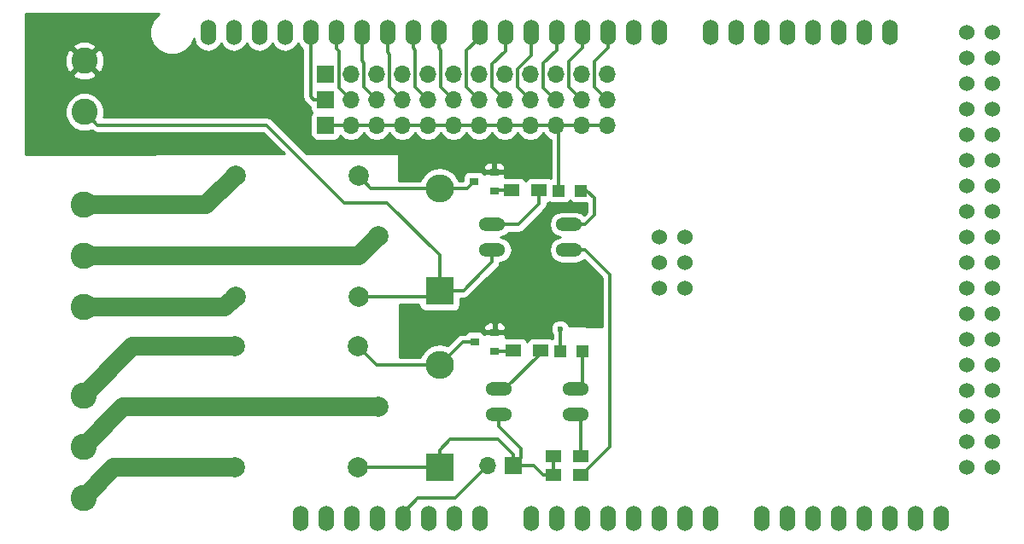
<source format=gbr>
G04 #@! TF.FileFunction,Copper,L1,Top,Signal*
%FSLAX46Y46*%
G04 Gerber Fmt 4.6, Leading zero omitted, Abs format (unit mm)*
G04 Created by KiCad (PCBNEW 4.0.4-stable) date 04/20/17 14:33:44*
%MOMM*%
%LPD*%
G01*
G04 APERTURE LIST*
%ADD10C,0.100000*%
%ADD11C,0.600000*%
%ADD12R,1.200000X1.200000*%
%ADD13R,2.800000X2.800000*%
%ADD14O,2.800000X2.800000*%
%ADD15R,1.700000X1.700000*%
%ADD16O,1.700000X1.700000*%
%ADD17R,0.900000X0.800000*%
%ADD18R,1.500000X1.300000*%
%ADD19C,2.000000*%
%ADD20O,1.524000X2.540000*%
%ADD21C,1.524000*%
%ADD22O,2.641600X1.320800*%
%ADD23C,2.600000*%
%ADD24C,0.300000*%
%ADD25C,0.250000*%
%ADD26C,1.850000*%
%ADD27C,0.254000*%
G04 APERTURE END LIST*
D10*
D11*
X196040000Y-65910000D03*
X193850000Y-65840000D03*
X190910000Y-65870000D03*
X188250000Y-65870000D03*
X198440000Y-65890000D03*
X166420000Y-59670000D03*
X164420000Y-59670000D03*
X162420000Y-59670000D03*
X160420000Y-59670000D03*
X166420000Y-57670000D03*
X164420000Y-57670000D03*
X162420000Y-57670000D03*
X160420000Y-57670000D03*
X199350000Y-82770000D03*
X197350000Y-82770000D03*
X199350000Y-80770000D03*
D12*
X203540000Y-85330000D03*
X201340000Y-85330000D03*
X203390000Y-69410000D03*
X201190000Y-69410000D03*
D13*
X189380000Y-96870000D03*
D14*
X189380000Y-86710000D03*
D13*
X189380000Y-79340000D03*
D14*
X189380000Y-69180000D03*
D15*
X178070000Y-60390000D03*
D16*
X180610000Y-60390000D03*
X183150000Y-60390000D03*
X185690000Y-60390000D03*
X188230000Y-60390000D03*
X190770000Y-60390000D03*
X193310000Y-60390000D03*
X195850000Y-60390000D03*
X198390000Y-60390000D03*
X200930000Y-60390000D03*
X203470000Y-60390000D03*
X206010000Y-60390000D03*
D15*
X178070000Y-62930000D03*
D16*
X180610000Y-62930000D03*
X183150000Y-62930000D03*
X185690000Y-62930000D03*
X188230000Y-62930000D03*
X190770000Y-62930000D03*
X193310000Y-62930000D03*
X195850000Y-62930000D03*
X198390000Y-62930000D03*
X200930000Y-62930000D03*
X203470000Y-62930000D03*
X206010000Y-62930000D03*
D15*
X196650000Y-96730000D03*
D16*
X194110000Y-96730000D03*
D15*
X178070000Y-57870000D03*
D16*
X180610000Y-57870000D03*
X183150000Y-57870000D03*
X185690000Y-57870000D03*
X188230000Y-57870000D03*
X190770000Y-57870000D03*
X193310000Y-57870000D03*
X195850000Y-57870000D03*
X198390000Y-57870000D03*
X200930000Y-57870000D03*
X203470000Y-57870000D03*
X206010000Y-57870000D03*
D17*
X194840000Y-85370000D03*
X194840000Y-83470000D03*
X192840000Y-84420000D03*
X194800000Y-69470000D03*
X194800000Y-67570000D03*
X192800000Y-68520000D03*
D18*
X203402109Y-95746741D03*
X200702109Y-95746741D03*
X203402109Y-97606741D03*
X200702109Y-97606741D03*
X196710000Y-85280000D03*
X199410000Y-85280000D03*
X196560000Y-69360000D03*
X199260000Y-69360000D03*
D19*
X183320000Y-90880000D03*
X181320000Y-96880000D03*
X181320000Y-84880000D03*
X169120000Y-96880000D03*
X169120000Y-84880000D03*
X183340000Y-73950000D03*
X181340000Y-79950000D03*
X181340000Y-67950000D03*
X169140000Y-79950000D03*
X169140000Y-67950000D03*
D20*
X216210000Y-53680000D03*
X218750000Y-53680000D03*
X221290000Y-53680000D03*
X223830000Y-53680000D03*
X226370000Y-53680000D03*
X228910000Y-53680000D03*
X231450000Y-53680000D03*
X233990000Y-53680000D03*
X239070000Y-101940000D03*
X236530000Y-101940000D03*
X233990000Y-101940000D03*
X231450000Y-101940000D03*
X221290000Y-101940000D03*
X216210000Y-101940000D03*
X213670000Y-101940000D03*
X223830000Y-101940000D03*
X226370000Y-101940000D03*
X228910000Y-101940000D03*
X211130000Y-101940000D03*
X208590000Y-101940000D03*
X206050000Y-101940000D03*
X198430000Y-101940000D03*
X200970000Y-101940000D03*
X203510000Y-101940000D03*
X193350000Y-101940000D03*
X190810000Y-101940000D03*
X188270000Y-101940000D03*
X183190000Y-101940000D03*
X180650000Y-101940000D03*
X211130000Y-53680000D03*
X208590000Y-53680000D03*
X206050000Y-53680000D03*
X203510000Y-53680000D03*
X200970000Y-53680000D03*
X198430000Y-53680000D03*
X195890000Y-53680000D03*
X193350000Y-53680000D03*
X189286000Y-53680000D03*
X186746000Y-53680000D03*
X184206000Y-53680000D03*
X181666000Y-53680000D03*
X179126000Y-53680000D03*
X176586000Y-53680000D03*
X174046000Y-53680000D03*
X171506000Y-53680000D03*
X185730000Y-101940000D03*
D21*
X241610000Y-56220000D03*
X244150000Y-56220000D03*
X241610000Y-58760000D03*
X244150000Y-58760000D03*
X241610000Y-61300000D03*
X244150000Y-61300000D03*
X241610000Y-63840000D03*
X244150000Y-63840000D03*
X241610000Y-53680000D03*
X244150000Y-53680000D03*
X244150000Y-66380000D03*
X241610000Y-66380000D03*
X241610000Y-68920000D03*
X244150000Y-68920000D03*
X241610000Y-71460000D03*
X244150000Y-71460000D03*
X241610000Y-74000000D03*
X244150000Y-74000000D03*
X241610000Y-76540000D03*
X244150000Y-76540000D03*
X241610000Y-79080000D03*
X244150000Y-79080000D03*
X241610000Y-81620000D03*
X244150000Y-81620000D03*
X241610000Y-84160000D03*
X244150000Y-84160000D03*
X241610000Y-86700000D03*
X244150000Y-86700000D03*
X241610000Y-89240000D03*
X244150000Y-89240000D03*
X241610000Y-91780000D03*
X244150000Y-91780000D03*
X241610000Y-94320000D03*
X244150000Y-94320000D03*
X241610000Y-96860000D03*
X244150000Y-96860000D03*
X211130000Y-74000000D03*
X213670000Y-74000000D03*
X211130000Y-76540000D03*
X213670000Y-76540000D03*
X211130000Y-79080000D03*
X213670000Y-79080000D03*
D20*
X178110000Y-101940000D03*
X175570000Y-101940000D03*
X168966000Y-53680000D03*
X166426000Y-53680000D03*
D22*
X202840000Y-91670000D03*
X202840000Y-89130000D03*
X195220000Y-89130000D03*
X195220000Y-91670000D03*
X202200000Y-75310000D03*
X202200000Y-72770000D03*
X194580000Y-72770000D03*
X194580000Y-75310000D03*
D23*
X154130000Y-75920000D03*
X154130000Y-70840000D03*
X154130000Y-81000000D03*
X154090000Y-94810000D03*
X154090000Y-89730000D03*
X154090000Y-99890000D03*
X154180000Y-56510000D03*
X154180000Y-61590000D03*
D11*
X197350000Y-80770000D03*
X201330000Y-83130000D03*
D24*
X203540000Y-85330000D02*
X203540000Y-88430000D01*
X203540000Y-88430000D02*
X202840000Y-89130000D01*
X201190000Y-69410000D02*
X201190000Y-63190000D01*
X203470000Y-62930000D02*
X206010000Y-62930000D01*
X200930000Y-62930000D02*
X203470000Y-62930000D01*
X198390000Y-62930000D02*
X200930000Y-62930000D01*
X195850000Y-62930000D02*
X198390000Y-62930000D01*
X193310000Y-62930000D02*
X195850000Y-62930000D01*
X190770000Y-62930000D02*
X193310000Y-62930000D01*
X188230000Y-62930000D02*
X190770000Y-62930000D01*
X185690000Y-62930000D02*
X188230000Y-62930000D01*
X183150000Y-62930000D02*
X185690000Y-62930000D01*
X180610000Y-62930000D02*
X183150000Y-62930000D01*
X178070000Y-62930000D02*
X180610000Y-62930000D01*
X201190000Y-63190000D02*
X200930000Y-62930000D01*
X202200000Y-72770000D02*
X203820800Y-72770000D01*
X203820800Y-72770000D02*
X204740000Y-71850800D01*
X204740000Y-71850800D02*
X204740000Y-70160000D01*
X204740000Y-70160000D02*
X203990000Y-69410000D01*
X203990000Y-69410000D02*
X203390000Y-69410000D01*
X201340000Y-85330000D02*
X201340000Y-83140000D01*
X201340000Y-83140000D02*
X201330000Y-83130000D01*
X196650000Y-96730000D02*
X197450000Y-95930000D01*
X197450000Y-95930000D02*
X197450000Y-95050000D01*
X197450000Y-95050000D02*
X195220000Y-92820000D01*
X195220000Y-92820000D02*
X195220000Y-91670000D01*
X190460000Y-94090000D02*
X195160000Y-94090000D01*
X195160000Y-94090000D02*
X196650000Y-95580000D01*
X196650000Y-95580000D02*
X196650000Y-96730000D01*
X189380000Y-96870000D02*
X189380000Y-95170000D01*
X189380000Y-95170000D02*
X190460000Y-94090000D01*
X181340000Y-79950000D02*
X188770000Y-79950000D01*
X188770000Y-79950000D02*
X189380000Y-79340000D01*
X189380000Y-79340000D02*
X191740000Y-79340000D01*
X191740000Y-79340000D02*
X193560000Y-77520000D01*
X193560000Y-77520000D02*
X193570000Y-77520000D01*
X193570000Y-77520000D02*
X194580000Y-76510000D01*
X194580000Y-76510000D02*
X194580000Y-75310000D01*
X184190000Y-70610000D02*
X189380000Y-75800000D01*
X189380000Y-75800000D02*
X189380000Y-79340000D01*
X179960000Y-70610000D02*
X184190000Y-70610000D01*
X172239999Y-62889999D02*
X179960000Y-70610000D01*
X154180000Y-61590000D02*
X155479999Y-62889999D01*
X155479999Y-62889999D02*
X172239999Y-62889999D01*
X200702109Y-95746741D02*
X200702109Y-97606741D01*
X196650000Y-96730000D02*
X198750000Y-96730000D01*
X198750000Y-96730000D02*
X199630000Y-97610000D01*
X199630000Y-97610000D02*
X200698850Y-97610000D01*
X200698850Y-97610000D02*
X200702109Y-97606741D01*
X181320000Y-96880000D02*
X189370000Y-96880000D01*
D25*
X189370000Y-96880000D02*
X189380000Y-96870000D01*
D24*
X189380000Y-86710000D02*
X191670000Y-84420000D01*
X191670000Y-84420000D02*
X192840000Y-84420000D01*
X181320000Y-84880000D02*
X183150000Y-86710000D01*
X183150000Y-86710000D02*
X189380000Y-86710000D01*
X189380000Y-69180000D02*
X192140000Y-69180000D01*
X192140000Y-69180000D02*
X192800000Y-68520000D01*
X189380000Y-69180000D02*
X182570000Y-69180000D01*
X182570000Y-69180000D02*
X181340000Y-67950000D01*
X178070000Y-60390000D02*
X176920000Y-60390000D01*
X176920000Y-60390000D02*
X176586000Y-60056000D01*
X176586000Y-60056000D02*
X176586000Y-55250000D01*
X176586000Y-55250000D02*
X176586000Y-53680000D01*
X180610000Y-60390000D02*
X179390000Y-59170000D01*
X179390000Y-59170000D02*
X179390000Y-55530000D01*
X179390000Y-55530000D02*
X179126000Y-55266000D01*
X179126000Y-55266000D02*
X179126000Y-53680000D01*
X183150000Y-60390000D02*
X181900000Y-59140000D01*
X181900000Y-59140000D02*
X181900000Y-56710000D01*
X181900000Y-56710000D02*
X181666000Y-56476000D01*
X181666000Y-56476000D02*
X181666000Y-53680000D01*
X185690000Y-60390000D02*
X184420000Y-59120000D01*
X184420000Y-59120000D02*
X184420000Y-55900000D01*
X184420000Y-55900000D02*
X184206000Y-55686000D01*
X184206000Y-55686000D02*
X184206000Y-53680000D01*
X188230000Y-60390000D02*
X186960000Y-59120000D01*
X186960000Y-59120000D02*
X186960000Y-55464000D01*
X186960000Y-55464000D02*
X186746000Y-55250000D01*
X186746000Y-55250000D02*
X186746000Y-53680000D01*
X190770000Y-60390000D02*
X189500000Y-59120000D01*
X189500000Y-59120000D02*
X189500000Y-55464000D01*
X189500000Y-55464000D02*
X189286000Y-55250000D01*
X189286000Y-55250000D02*
X189286000Y-53680000D01*
X193310000Y-60390000D02*
X192050000Y-59130000D01*
X192050000Y-59130000D02*
X192050000Y-55488000D01*
X192050000Y-55488000D02*
X193350000Y-54188000D01*
X193350000Y-54188000D02*
X193350000Y-53680000D01*
X195850000Y-60390000D02*
X194580000Y-59120000D01*
X194580000Y-59120000D02*
X194580000Y-56850000D01*
X194580000Y-56850000D02*
X195890000Y-55540000D01*
X195890000Y-55540000D02*
X195890000Y-53680000D01*
X198390000Y-60390000D02*
X197130000Y-59130000D01*
X197130000Y-59130000D02*
X197130000Y-57300000D01*
X197130000Y-57300000D02*
X198430000Y-56000000D01*
X198430000Y-56000000D02*
X198430000Y-53680000D01*
X200930000Y-60390000D02*
X200880000Y-60390000D01*
X200880000Y-60390000D02*
X199680000Y-59190000D01*
X199680000Y-59190000D02*
X199680000Y-56760000D01*
X199680000Y-56760000D02*
X200970000Y-55470000D01*
X200970000Y-55470000D02*
X200970000Y-53680000D01*
X202200000Y-56560000D02*
X202200000Y-59120000D01*
X202200000Y-59120000D02*
X203470000Y-60390000D01*
X203510000Y-53680000D02*
X203510000Y-55250000D01*
X203510000Y-55250000D02*
X202200000Y-56560000D01*
X204730000Y-59110000D02*
X204730000Y-56570000D01*
X204730000Y-56570000D02*
X206050000Y-55250000D01*
X206050000Y-55250000D02*
X206050000Y-53680000D01*
X206010000Y-60390000D02*
X204730000Y-59110000D01*
X187222000Y-99940000D02*
X190900000Y-99940000D01*
X190900000Y-99940000D02*
X194110000Y-96730000D01*
X185730000Y-101940000D02*
X185730000Y-101432000D01*
X185730000Y-101432000D02*
X187222000Y-99940000D01*
D26*
X154130000Y-81000000D02*
X168090000Y-81000000D01*
X168090000Y-81000000D02*
X169140000Y-79950000D01*
X154130000Y-75920000D02*
X181370000Y-75920000D01*
X181370000Y-75920000D02*
X183340000Y-73950000D01*
X154130000Y-70840000D02*
X166250000Y-70840000D01*
X166250000Y-70840000D02*
X169140000Y-67950000D01*
X154090000Y-99890000D02*
X157100000Y-96880000D01*
X157100000Y-96880000D02*
X169120000Y-96880000D01*
X154090000Y-94810000D02*
X158020000Y-90880000D01*
X158020000Y-90880000D02*
X183320000Y-90880000D01*
X154090000Y-89730000D02*
X158940000Y-84880000D01*
X158940000Y-84880000D02*
X159420000Y-84880000D01*
X159420000Y-84880000D02*
X169120000Y-84880000D01*
D24*
X194840000Y-85370000D02*
X196620000Y-85370000D01*
X196620000Y-85370000D02*
X196710000Y-85280000D01*
X196560000Y-69360000D02*
X194910000Y-69360000D01*
X194910000Y-69360000D02*
X194800000Y-69470000D01*
X203402109Y-95746741D02*
X203402109Y-92232109D01*
X203402109Y-92232109D02*
X202840000Y-91670000D01*
X206290000Y-77779200D02*
X206290000Y-94818850D01*
X203502109Y-97606741D02*
X203402109Y-97606741D01*
X206290000Y-94818850D02*
X203502109Y-97606741D01*
X202200000Y-75310000D02*
X203820800Y-75310000D01*
X203820800Y-75310000D02*
X206290000Y-77779200D01*
X195220000Y-89130000D02*
X195880400Y-89130000D01*
X195880400Y-89130000D02*
X199410000Y-85600400D01*
X199410000Y-85600400D02*
X199410000Y-85280000D01*
X194580000Y-72770000D02*
X197200000Y-72770000D01*
X199260000Y-70710000D02*
X199260000Y-69360000D01*
X197200000Y-72770000D02*
X199260000Y-70710000D01*
D27*
G36*
X188397000Y-101813000D02*
X188417000Y-101813000D01*
X188417000Y-102067000D01*
X188397000Y-102067000D01*
X188397000Y-102087000D01*
X188143000Y-102087000D01*
X188143000Y-102067000D01*
X188123000Y-102067000D01*
X188123000Y-101813000D01*
X188143000Y-101813000D01*
X188143000Y-101793000D01*
X188397000Y-101793000D01*
X188397000Y-101813000D01*
X188397000Y-101813000D01*
G37*
X188397000Y-101813000D02*
X188417000Y-101813000D01*
X188417000Y-102067000D01*
X188397000Y-102067000D01*
X188397000Y-102087000D01*
X188143000Y-102087000D01*
X188143000Y-102067000D01*
X188123000Y-102067000D01*
X188123000Y-101813000D01*
X188143000Y-101813000D01*
X188143000Y-101793000D01*
X188397000Y-101793000D01*
X188397000Y-101813000D01*
G36*
X202325910Y-70461441D02*
X202538110Y-70606431D01*
X202790000Y-70657440D01*
X203955000Y-70657440D01*
X203955000Y-71525642D01*
X203701960Y-71778682D01*
X203394444Y-71573206D01*
X202898716Y-71474600D01*
X201501284Y-71474600D01*
X201005556Y-71573206D01*
X200585298Y-71854014D01*
X200304490Y-72274272D01*
X200205884Y-72770000D01*
X200304490Y-73265728D01*
X200585298Y-73685986D01*
X201005556Y-73966794D01*
X201373589Y-74040000D01*
X201005556Y-74113206D01*
X200585298Y-74394014D01*
X200304490Y-74814272D01*
X200205884Y-75310000D01*
X200304490Y-75805728D01*
X200585298Y-76225986D01*
X201005556Y-76506794D01*
X201501284Y-76605400D01*
X202898716Y-76605400D01*
X203394444Y-76506794D01*
X203701960Y-76301318D01*
X205505000Y-78104358D01*
X205505000Y-82877187D01*
X202231918Y-82864376D01*
X202123117Y-82601057D01*
X201860327Y-82337808D01*
X201516799Y-82195162D01*
X201144833Y-82194838D01*
X200801057Y-82336883D01*
X200537808Y-82599673D01*
X200395162Y-82943201D01*
X200394838Y-83315167D01*
X200536883Y-83658943D01*
X200555000Y-83677092D01*
X200555000Y-84117370D01*
X200538956Y-84120389D01*
X200411890Y-84033569D01*
X200160000Y-83982560D01*
X198660000Y-83982560D01*
X198424683Y-84026838D01*
X198208559Y-84165910D01*
X198063569Y-84378110D01*
X198060919Y-84391197D01*
X197924090Y-84178559D01*
X197711890Y-84033569D01*
X197460000Y-83982560D01*
X195960000Y-83982560D01*
X195925000Y-83989146D01*
X195925000Y-83755750D01*
X195766250Y-83597000D01*
X194967000Y-83597000D01*
X194967000Y-83617000D01*
X194713000Y-83617000D01*
X194713000Y-83597000D01*
X193913750Y-83597000D01*
X193827738Y-83683012D01*
X193754090Y-83568559D01*
X193541890Y-83423569D01*
X193290000Y-83372560D01*
X192390000Y-83372560D01*
X192154683Y-83416838D01*
X191938559Y-83555910D01*
X191884519Y-83635000D01*
X191670000Y-83635000D01*
X191369593Y-83694755D01*
X191114921Y-83864921D01*
X190177371Y-84802471D01*
X190158761Y-84790037D01*
X189380000Y-84635132D01*
X188601239Y-84790037D01*
X187941038Y-85231170D01*
X187499905Y-85891371D01*
X187493216Y-85925000D01*
X185459835Y-85925000D01*
X185444579Y-82943690D01*
X193755000Y-82943690D01*
X193755000Y-83184250D01*
X193913750Y-83343000D01*
X194713000Y-83343000D01*
X194713000Y-82593750D01*
X194967000Y-82593750D01*
X194967000Y-83343000D01*
X195766250Y-83343000D01*
X195925000Y-83184250D01*
X195925000Y-82943690D01*
X195828327Y-82710301D01*
X195649698Y-82531673D01*
X195416309Y-82435000D01*
X195125750Y-82435000D01*
X194967000Y-82593750D01*
X194713000Y-82593750D01*
X194554250Y-82435000D01*
X194263691Y-82435000D01*
X194030302Y-82531673D01*
X193851673Y-82710301D01*
X193755000Y-82943690D01*
X185444579Y-82943690D01*
X185433276Y-80735000D01*
X187332560Y-80735000D01*
X187332560Y-80740000D01*
X187376838Y-80975317D01*
X187515910Y-81191441D01*
X187728110Y-81336431D01*
X187980000Y-81387440D01*
X190780000Y-81387440D01*
X191015317Y-81343162D01*
X191231441Y-81204090D01*
X191376431Y-80991890D01*
X191427440Y-80740000D01*
X191427440Y-80125000D01*
X191740000Y-80125000D01*
X192040407Y-80065245D01*
X192295079Y-79895079D01*
X194094942Y-78095216D01*
X194125079Y-78075079D01*
X195135079Y-77065079D01*
X195305245Y-76810406D01*
X195348796Y-76591460D01*
X195774444Y-76506794D01*
X196194702Y-76225986D01*
X196475510Y-75805728D01*
X196574116Y-75310000D01*
X196475510Y-74814272D01*
X196194702Y-74394014D01*
X195774444Y-74113206D01*
X195406411Y-74040000D01*
X195774444Y-73966794D01*
X196194702Y-73685986D01*
X196282224Y-73555000D01*
X197200000Y-73555000D01*
X197500407Y-73495245D01*
X197755079Y-73325079D01*
X199815079Y-71265079D01*
X199985245Y-71010406D01*
X200045000Y-70710000D01*
X200045000Y-70650854D01*
X200245317Y-70613162D01*
X200298178Y-70579147D01*
X200338110Y-70606431D01*
X200590000Y-70657440D01*
X201790000Y-70657440D01*
X202025317Y-70613162D01*
X202241441Y-70474090D01*
X202289134Y-70404289D01*
X202325910Y-70461441D01*
X202325910Y-70461441D01*
G37*
X202325910Y-70461441D02*
X202538110Y-70606431D01*
X202790000Y-70657440D01*
X203955000Y-70657440D01*
X203955000Y-71525642D01*
X203701960Y-71778682D01*
X203394444Y-71573206D01*
X202898716Y-71474600D01*
X201501284Y-71474600D01*
X201005556Y-71573206D01*
X200585298Y-71854014D01*
X200304490Y-72274272D01*
X200205884Y-72770000D01*
X200304490Y-73265728D01*
X200585298Y-73685986D01*
X201005556Y-73966794D01*
X201373589Y-74040000D01*
X201005556Y-74113206D01*
X200585298Y-74394014D01*
X200304490Y-74814272D01*
X200205884Y-75310000D01*
X200304490Y-75805728D01*
X200585298Y-76225986D01*
X201005556Y-76506794D01*
X201501284Y-76605400D01*
X202898716Y-76605400D01*
X203394444Y-76506794D01*
X203701960Y-76301318D01*
X205505000Y-78104358D01*
X205505000Y-82877187D01*
X202231918Y-82864376D01*
X202123117Y-82601057D01*
X201860327Y-82337808D01*
X201516799Y-82195162D01*
X201144833Y-82194838D01*
X200801057Y-82336883D01*
X200537808Y-82599673D01*
X200395162Y-82943201D01*
X200394838Y-83315167D01*
X200536883Y-83658943D01*
X200555000Y-83677092D01*
X200555000Y-84117370D01*
X200538956Y-84120389D01*
X200411890Y-84033569D01*
X200160000Y-83982560D01*
X198660000Y-83982560D01*
X198424683Y-84026838D01*
X198208559Y-84165910D01*
X198063569Y-84378110D01*
X198060919Y-84391197D01*
X197924090Y-84178559D01*
X197711890Y-84033569D01*
X197460000Y-83982560D01*
X195960000Y-83982560D01*
X195925000Y-83989146D01*
X195925000Y-83755750D01*
X195766250Y-83597000D01*
X194967000Y-83597000D01*
X194967000Y-83617000D01*
X194713000Y-83617000D01*
X194713000Y-83597000D01*
X193913750Y-83597000D01*
X193827738Y-83683012D01*
X193754090Y-83568559D01*
X193541890Y-83423569D01*
X193290000Y-83372560D01*
X192390000Y-83372560D01*
X192154683Y-83416838D01*
X191938559Y-83555910D01*
X191884519Y-83635000D01*
X191670000Y-83635000D01*
X191369593Y-83694755D01*
X191114921Y-83864921D01*
X190177371Y-84802471D01*
X190158761Y-84790037D01*
X189380000Y-84635132D01*
X188601239Y-84790037D01*
X187941038Y-85231170D01*
X187499905Y-85891371D01*
X187493216Y-85925000D01*
X185459835Y-85925000D01*
X185444579Y-82943690D01*
X193755000Y-82943690D01*
X193755000Y-83184250D01*
X193913750Y-83343000D01*
X194713000Y-83343000D01*
X194713000Y-82593750D01*
X194967000Y-82593750D01*
X194967000Y-83343000D01*
X195766250Y-83343000D01*
X195925000Y-83184250D01*
X195925000Y-82943690D01*
X195828327Y-82710301D01*
X195649698Y-82531673D01*
X195416309Y-82435000D01*
X195125750Y-82435000D01*
X194967000Y-82593750D01*
X194713000Y-82593750D01*
X194554250Y-82435000D01*
X194263691Y-82435000D01*
X194030302Y-82531673D01*
X193851673Y-82710301D01*
X193755000Y-82943690D01*
X185444579Y-82943690D01*
X185433276Y-80735000D01*
X187332560Y-80735000D01*
X187332560Y-80740000D01*
X187376838Y-80975317D01*
X187515910Y-81191441D01*
X187728110Y-81336431D01*
X187980000Y-81387440D01*
X190780000Y-81387440D01*
X191015317Y-81343162D01*
X191231441Y-81204090D01*
X191376431Y-80991890D01*
X191427440Y-80740000D01*
X191427440Y-80125000D01*
X191740000Y-80125000D01*
X192040407Y-80065245D01*
X192295079Y-79895079D01*
X194094942Y-78095216D01*
X194125079Y-78075079D01*
X195135079Y-77065079D01*
X195305245Y-76810406D01*
X195348796Y-76591460D01*
X195774444Y-76506794D01*
X196194702Y-76225986D01*
X196475510Y-75805728D01*
X196574116Y-75310000D01*
X196475510Y-74814272D01*
X196194702Y-74394014D01*
X195774444Y-74113206D01*
X195406411Y-74040000D01*
X195774444Y-73966794D01*
X196194702Y-73685986D01*
X196282224Y-73555000D01*
X197200000Y-73555000D01*
X197500407Y-73495245D01*
X197755079Y-73325079D01*
X199815079Y-71265079D01*
X199985245Y-71010406D01*
X200045000Y-70710000D01*
X200045000Y-70650854D01*
X200245317Y-70613162D01*
X200298178Y-70579147D01*
X200338110Y-70606431D01*
X200590000Y-70657440D01*
X201790000Y-70657440D01*
X202025317Y-70613162D01*
X202241441Y-70474090D01*
X202289134Y-70404289D01*
X202325910Y-70461441D01*
G36*
X160986955Y-52419411D02*
X160647887Y-53235978D01*
X160647115Y-54120143D01*
X160984758Y-54937300D01*
X161609411Y-55563045D01*
X162425978Y-55902113D01*
X163310143Y-55902885D01*
X164127300Y-55565242D01*
X164753045Y-54940589D01*
X165035818Y-54259596D01*
X165135340Y-54759930D01*
X165438172Y-55213149D01*
X165891391Y-55515981D01*
X166426000Y-55622321D01*
X166960609Y-55515981D01*
X167413828Y-55213149D01*
X167696000Y-54790850D01*
X167978172Y-55213149D01*
X168431391Y-55515981D01*
X168966000Y-55622321D01*
X169500609Y-55515981D01*
X169953828Y-55213149D01*
X170236000Y-54790850D01*
X170518172Y-55213149D01*
X170971391Y-55515981D01*
X171506000Y-55622321D01*
X172040609Y-55515981D01*
X172493828Y-55213149D01*
X172776000Y-54790850D01*
X173058172Y-55213149D01*
X173511391Y-55515981D01*
X174046000Y-55622321D01*
X174580609Y-55515981D01*
X175033828Y-55213149D01*
X175316000Y-54790850D01*
X175598172Y-55213149D01*
X175801000Y-55348675D01*
X175801000Y-60056000D01*
X175860755Y-60356407D01*
X176030921Y-60611079D01*
X176364921Y-60945079D01*
X176572560Y-61083819D01*
X176572560Y-61240000D01*
X176616838Y-61475317D01*
X176737015Y-61662077D01*
X176623569Y-61828110D01*
X176572560Y-62080000D01*
X176572560Y-63780000D01*
X176616838Y-64015317D01*
X176755910Y-64231441D01*
X176968110Y-64376431D01*
X177220000Y-64427440D01*
X178920000Y-64427440D01*
X179155317Y-64383162D01*
X179371441Y-64244090D01*
X179516431Y-64031890D01*
X179530086Y-63964459D01*
X179559946Y-64009147D01*
X180041715Y-64331054D01*
X180610000Y-64444093D01*
X181178285Y-64331054D01*
X181660054Y-64009147D01*
X181856596Y-63715000D01*
X181903404Y-63715000D01*
X182099946Y-64009147D01*
X182581715Y-64331054D01*
X183150000Y-64444093D01*
X183718285Y-64331054D01*
X184200054Y-64009147D01*
X184396596Y-63715000D01*
X184443404Y-63715000D01*
X184639946Y-64009147D01*
X185121715Y-64331054D01*
X185690000Y-64444093D01*
X186258285Y-64331054D01*
X186740054Y-64009147D01*
X186936596Y-63715000D01*
X186983404Y-63715000D01*
X187179946Y-64009147D01*
X187661715Y-64331054D01*
X188230000Y-64444093D01*
X188798285Y-64331054D01*
X189280054Y-64009147D01*
X189476596Y-63715000D01*
X189523404Y-63715000D01*
X189719946Y-64009147D01*
X190201715Y-64331054D01*
X190770000Y-64444093D01*
X191338285Y-64331054D01*
X191820054Y-64009147D01*
X192016596Y-63715000D01*
X192063404Y-63715000D01*
X192259946Y-64009147D01*
X192741715Y-64331054D01*
X193310000Y-64444093D01*
X193878285Y-64331054D01*
X194360054Y-64009147D01*
X194556596Y-63715000D01*
X194603404Y-63715000D01*
X194799946Y-64009147D01*
X195281715Y-64331054D01*
X195850000Y-64444093D01*
X196418285Y-64331054D01*
X196900054Y-64009147D01*
X197096596Y-63715000D01*
X197143404Y-63715000D01*
X197339946Y-64009147D01*
X197821715Y-64331054D01*
X198390000Y-64444093D01*
X198958285Y-64331054D01*
X199440054Y-64009147D01*
X199636596Y-63715000D01*
X199683404Y-63715000D01*
X199879946Y-64009147D01*
X200361715Y-64331054D01*
X200405000Y-64339664D01*
X200405000Y-68197370D01*
X200388956Y-68200389D01*
X200261890Y-68113569D01*
X200010000Y-68062560D01*
X198510000Y-68062560D01*
X198274683Y-68106838D01*
X198058559Y-68245910D01*
X197913569Y-68458110D01*
X197910919Y-68471197D01*
X197774090Y-68258559D01*
X197561890Y-68113569D01*
X197310000Y-68062560D01*
X195885000Y-68062560D01*
X195885000Y-67855750D01*
X195726250Y-67697000D01*
X194927000Y-67697000D01*
X194927000Y-67717000D01*
X194673000Y-67717000D01*
X194673000Y-67697000D01*
X193873750Y-67697000D01*
X193787738Y-67783012D01*
X193714090Y-67668559D01*
X193501890Y-67523569D01*
X193250000Y-67472560D01*
X192350000Y-67472560D01*
X192114683Y-67516838D01*
X191898559Y-67655910D01*
X191753569Y-67868110D01*
X191702560Y-68120000D01*
X191702560Y-68395000D01*
X191266784Y-68395000D01*
X191260095Y-68361371D01*
X190818962Y-67701170D01*
X190158761Y-67260037D01*
X189380000Y-67105132D01*
X188601239Y-67260037D01*
X187941038Y-67701170D01*
X187499905Y-68361371D01*
X187493216Y-68395000D01*
X185370127Y-68395000D01*
X185363213Y-67043690D01*
X193715000Y-67043690D01*
X193715000Y-67284250D01*
X193873750Y-67443000D01*
X194673000Y-67443000D01*
X194673000Y-66693750D01*
X194927000Y-66693750D01*
X194927000Y-67443000D01*
X195726250Y-67443000D01*
X195885000Y-67284250D01*
X195885000Y-67043690D01*
X195788327Y-66810301D01*
X195609698Y-66631673D01*
X195376309Y-66535000D01*
X195085750Y-66535000D01*
X194927000Y-66693750D01*
X194673000Y-66693750D01*
X194514250Y-66535000D01*
X194223691Y-66535000D01*
X193990302Y-66631673D01*
X193811673Y-66810301D01*
X193715000Y-67043690D01*
X185363213Y-67043690D01*
X185356998Y-65829350D01*
X185348216Y-65783588D01*
X185320845Y-65741252D01*
X185279160Y-65712900D01*
X185229728Y-65703000D01*
X176182510Y-65722352D01*
X172795078Y-62334920D01*
X172540406Y-62164754D01*
X172239999Y-62104999D01*
X156061341Y-62104999D01*
X156114663Y-61976584D01*
X156115335Y-61206793D01*
X155821370Y-60495342D01*
X155277521Y-59950543D01*
X154566584Y-59655337D01*
X153796793Y-59654665D01*
X153085342Y-59948630D01*
X152540543Y-60492479D01*
X152245337Y-61203416D01*
X152244665Y-61973207D01*
X152538630Y-62684658D01*
X153082479Y-63229457D01*
X153793416Y-63524663D01*
X154563207Y-63525335D01*
X154875953Y-63396111D01*
X154924920Y-63445078D01*
X155179592Y-63615244D01*
X155479999Y-63674999D01*
X171914841Y-63674999D01*
X173966934Y-65727092D01*
X148350000Y-65781887D01*
X148350000Y-57879459D01*
X152990146Y-57879459D01*
X153125504Y-58177455D01*
X153843880Y-58454066D01*
X154613427Y-58434710D01*
X155234496Y-58177455D01*
X155369854Y-57879459D01*
X154180000Y-56689605D01*
X152990146Y-57879459D01*
X148350000Y-57879459D01*
X148350000Y-56173880D01*
X152235934Y-56173880D01*
X152255290Y-56943427D01*
X152512545Y-57564496D01*
X152810541Y-57699854D01*
X154000395Y-56510000D01*
X154359605Y-56510000D01*
X155549459Y-57699854D01*
X155847455Y-57564496D01*
X156124066Y-56846120D01*
X156104710Y-56076573D01*
X155847455Y-55455504D01*
X155549459Y-55320146D01*
X154359605Y-56510000D01*
X154000395Y-56510000D01*
X152810541Y-55320146D01*
X152512545Y-55455504D01*
X152235934Y-56173880D01*
X148350000Y-56173880D01*
X148350000Y-55140541D01*
X152990146Y-55140541D01*
X154180000Y-56330395D01*
X155369854Y-55140541D01*
X155234496Y-54842545D01*
X154516120Y-54565934D01*
X153746573Y-54585290D01*
X153125504Y-54842545D01*
X152990146Y-55140541D01*
X148350000Y-55140541D01*
X148350000Y-51859853D01*
X161550231Y-51857118D01*
X160986955Y-52419411D01*
X160986955Y-52419411D01*
G37*
X160986955Y-52419411D02*
X160647887Y-53235978D01*
X160647115Y-54120143D01*
X160984758Y-54937300D01*
X161609411Y-55563045D01*
X162425978Y-55902113D01*
X163310143Y-55902885D01*
X164127300Y-55565242D01*
X164753045Y-54940589D01*
X165035818Y-54259596D01*
X165135340Y-54759930D01*
X165438172Y-55213149D01*
X165891391Y-55515981D01*
X166426000Y-55622321D01*
X166960609Y-55515981D01*
X167413828Y-55213149D01*
X167696000Y-54790850D01*
X167978172Y-55213149D01*
X168431391Y-55515981D01*
X168966000Y-55622321D01*
X169500609Y-55515981D01*
X169953828Y-55213149D01*
X170236000Y-54790850D01*
X170518172Y-55213149D01*
X170971391Y-55515981D01*
X171506000Y-55622321D01*
X172040609Y-55515981D01*
X172493828Y-55213149D01*
X172776000Y-54790850D01*
X173058172Y-55213149D01*
X173511391Y-55515981D01*
X174046000Y-55622321D01*
X174580609Y-55515981D01*
X175033828Y-55213149D01*
X175316000Y-54790850D01*
X175598172Y-55213149D01*
X175801000Y-55348675D01*
X175801000Y-60056000D01*
X175860755Y-60356407D01*
X176030921Y-60611079D01*
X176364921Y-60945079D01*
X176572560Y-61083819D01*
X176572560Y-61240000D01*
X176616838Y-61475317D01*
X176737015Y-61662077D01*
X176623569Y-61828110D01*
X176572560Y-62080000D01*
X176572560Y-63780000D01*
X176616838Y-64015317D01*
X176755910Y-64231441D01*
X176968110Y-64376431D01*
X177220000Y-64427440D01*
X178920000Y-64427440D01*
X179155317Y-64383162D01*
X179371441Y-64244090D01*
X179516431Y-64031890D01*
X179530086Y-63964459D01*
X179559946Y-64009147D01*
X180041715Y-64331054D01*
X180610000Y-64444093D01*
X181178285Y-64331054D01*
X181660054Y-64009147D01*
X181856596Y-63715000D01*
X181903404Y-63715000D01*
X182099946Y-64009147D01*
X182581715Y-64331054D01*
X183150000Y-64444093D01*
X183718285Y-64331054D01*
X184200054Y-64009147D01*
X184396596Y-63715000D01*
X184443404Y-63715000D01*
X184639946Y-64009147D01*
X185121715Y-64331054D01*
X185690000Y-64444093D01*
X186258285Y-64331054D01*
X186740054Y-64009147D01*
X186936596Y-63715000D01*
X186983404Y-63715000D01*
X187179946Y-64009147D01*
X187661715Y-64331054D01*
X188230000Y-64444093D01*
X188798285Y-64331054D01*
X189280054Y-64009147D01*
X189476596Y-63715000D01*
X189523404Y-63715000D01*
X189719946Y-64009147D01*
X190201715Y-64331054D01*
X190770000Y-64444093D01*
X191338285Y-64331054D01*
X191820054Y-64009147D01*
X192016596Y-63715000D01*
X192063404Y-63715000D01*
X192259946Y-64009147D01*
X192741715Y-64331054D01*
X193310000Y-64444093D01*
X193878285Y-64331054D01*
X194360054Y-64009147D01*
X194556596Y-63715000D01*
X194603404Y-63715000D01*
X194799946Y-64009147D01*
X195281715Y-64331054D01*
X195850000Y-64444093D01*
X196418285Y-64331054D01*
X196900054Y-64009147D01*
X197096596Y-63715000D01*
X197143404Y-63715000D01*
X197339946Y-64009147D01*
X197821715Y-64331054D01*
X198390000Y-64444093D01*
X198958285Y-64331054D01*
X199440054Y-64009147D01*
X199636596Y-63715000D01*
X199683404Y-63715000D01*
X199879946Y-64009147D01*
X200361715Y-64331054D01*
X200405000Y-64339664D01*
X200405000Y-68197370D01*
X200388956Y-68200389D01*
X200261890Y-68113569D01*
X200010000Y-68062560D01*
X198510000Y-68062560D01*
X198274683Y-68106838D01*
X198058559Y-68245910D01*
X197913569Y-68458110D01*
X197910919Y-68471197D01*
X197774090Y-68258559D01*
X197561890Y-68113569D01*
X197310000Y-68062560D01*
X195885000Y-68062560D01*
X195885000Y-67855750D01*
X195726250Y-67697000D01*
X194927000Y-67697000D01*
X194927000Y-67717000D01*
X194673000Y-67717000D01*
X194673000Y-67697000D01*
X193873750Y-67697000D01*
X193787738Y-67783012D01*
X193714090Y-67668559D01*
X193501890Y-67523569D01*
X193250000Y-67472560D01*
X192350000Y-67472560D01*
X192114683Y-67516838D01*
X191898559Y-67655910D01*
X191753569Y-67868110D01*
X191702560Y-68120000D01*
X191702560Y-68395000D01*
X191266784Y-68395000D01*
X191260095Y-68361371D01*
X190818962Y-67701170D01*
X190158761Y-67260037D01*
X189380000Y-67105132D01*
X188601239Y-67260037D01*
X187941038Y-67701170D01*
X187499905Y-68361371D01*
X187493216Y-68395000D01*
X185370127Y-68395000D01*
X185363213Y-67043690D01*
X193715000Y-67043690D01*
X193715000Y-67284250D01*
X193873750Y-67443000D01*
X194673000Y-67443000D01*
X194673000Y-66693750D01*
X194927000Y-66693750D01*
X194927000Y-67443000D01*
X195726250Y-67443000D01*
X195885000Y-67284250D01*
X195885000Y-67043690D01*
X195788327Y-66810301D01*
X195609698Y-66631673D01*
X195376309Y-66535000D01*
X195085750Y-66535000D01*
X194927000Y-66693750D01*
X194673000Y-66693750D01*
X194514250Y-66535000D01*
X194223691Y-66535000D01*
X193990302Y-66631673D01*
X193811673Y-66810301D01*
X193715000Y-67043690D01*
X185363213Y-67043690D01*
X185356998Y-65829350D01*
X185348216Y-65783588D01*
X185320845Y-65741252D01*
X185279160Y-65712900D01*
X185229728Y-65703000D01*
X176182510Y-65722352D01*
X172795078Y-62334920D01*
X172540406Y-62164754D01*
X172239999Y-62104999D01*
X156061341Y-62104999D01*
X156114663Y-61976584D01*
X156115335Y-61206793D01*
X155821370Y-60495342D01*
X155277521Y-59950543D01*
X154566584Y-59655337D01*
X153796793Y-59654665D01*
X153085342Y-59948630D01*
X152540543Y-60492479D01*
X152245337Y-61203416D01*
X152244665Y-61973207D01*
X152538630Y-62684658D01*
X153082479Y-63229457D01*
X153793416Y-63524663D01*
X154563207Y-63525335D01*
X154875953Y-63396111D01*
X154924920Y-63445078D01*
X155179592Y-63615244D01*
X155479999Y-63674999D01*
X171914841Y-63674999D01*
X173966934Y-65727092D01*
X148350000Y-65781887D01*
X148350000Y-57879459D01*
X152990146Y-57879459D01*
X153125504Y-58177455D01*
X153843880Y-58454066D01*
X154613427Y-58434710D01*
X155234496Y-58177455D01*
X155369854Y-57879459D01*
X154180000Y-56689605D01*
X152990146Y-57879459D01*
X148350000Y-57879459D01*
X148350000Y-56173880D01*
X152235934Y-56173880D01*
X152255290Y-56943427D01*
X152512545Y-57564496D01*
X152810541Y-57699854D01*
X154000395Y-56510000D01*
X154359605Y-56510000D01*
X155549459Y-57699854D01*
X155847455Y-57564496D01*
X156124066Y-56846120D01*
X156104710Y-56076573D01*
X155847455Y-55455504D01*
X155549459Y-55320146D01*
X154359605Y-56510000D01*
X154000395Y-56510000D01*
X152810541Y-55320146D01*
X152512545Y-55455504D01*
X152235934Y-56173880D01*
X148350000Y-56173880D01*
X148350000Y-55140541D01*
X152990146Y-55140541D01*
X154180000Y-56330395D01*
X155369854Y-55140541D01*
X155234496Y-54842545D01*
X154516120Y-54565934D01*
X153746573Y-54585290D01*
X153125504Y-54842545D01*
X152990146Y-55140541D01*
X148350000Y-55140541D01*
X148350000Y-51859853D01*
X161550231Y-51857118D01*
X160986955Y-52419411D01*
M02*

</source>
